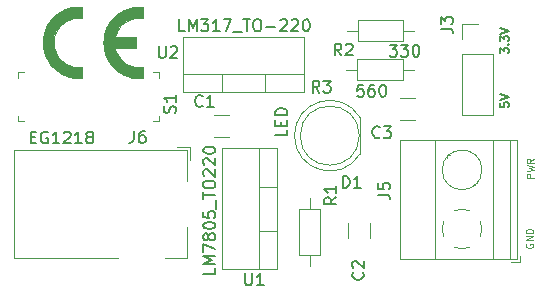
<source format=gto>
%TF.GenerationSoftware,KiCad,Pcbnew,8.0.6*%
%TF.CreationDate,2024-12-14T14:55:46+02:00*%
%TF.ProjectId,Breadboard_Power_Supply,42726561-6462-46f6-9172-645f506f7765,rev?*%
%TF.SameCoordinates,Original*%
%TF.FileFunction,Legend,Top*%
%TF.FilePolarity,Positive*%
%FSLAX46Y46*%
G04 Gerber Fmt 4.6, Leading zero omitted, Abs format (unit mm)*
G04 Created by KiCad (PCBNEW 8.0.6) date 2024-12-14 14:55:46*
%MOMM*%
%LPD*%
G01*
G04 APERTURE LIST*
%ADD10C,0.125000*%
%ADD11C,0.140000*%
%ADD12C,0.150000*%
%ADD13C,0.120000*%
%ADD14C,0.100000*%
%ADD15C,0.010000*%
G04 APERTURE END LIST*
D10*
X80148642Y-56660621D02*
X80120071Y-56717764D01*
X80120071Y-56717764D02*
X80120071Y-56803478D01*
X80120071Y-56803478D02*
X80148642Y-56889192D01*
X80148642Y-56889192D02*
X80205785Y-56946335D01*
X80205785Y-56946335D02*
X80262928Y-56974906D01*
X80262928Y-56974906D02*
X80377214Y-57003478D01*
X80377214Y-57003478D02*
X80462928Y-57003478D01*
X80462928Y-57003478D02*
X80577214Y-56974906D01*
X80577214Y-56974906D02*
X80634357Y-56946335D01*
X80634357Y-56946335D02*
X80691500Y-56889192D01*
X80691500Y-56889192D02*
X80720071Y-56803478D01*
X80720071Y-56803478D02*
X80720071Y-56746335D01*
X80720071Y-56746335D02*
X80691500Y-56660621D01*
X80691500Y-56660621D02*
X80662928Y-56632049D01*
X80662928Y-56632049D02*
X80462928Y-56632049D01*
X80462928Y-56632049D02*
X80462928Y-56746335D01*
X80720071Y-56374906D02*
X80120071Y-56374906D01*
X80120071Y-56374906D02*
X80720071Y-56032049D01*
X80720071Y-56032049D02*
X80120071Y-56032049D01*
X80720071Y-55746335D02*
X80120071Y-55746335D01*
X80120071Y-55746335D02*
X80120071Y-55603478D01*
X80120071Y-55603478D02*
X80148642Y-55517764D01*
X80148642Y-55517764D02*
X80205785Y-55460621D01*
X80205785Y-55460621D02*
X80262928Y-55432050D01*
X80262928Y-55432050D02*
X80377214Y-55403478D01*
X80377214Y-55403478D02*
X80462928Y-55403478D01*
X80462928Y-55403478D02*
X80577214Y-55432050D01*
X80577214Y-55432050D02*
X80634357Y-55460621D01*
X80634357Y-55460621D02*
X80691500Y-55517764D01*
X80691500Y-55517764D02*
X80720071Y-55603478D01*
X80720071Y-55603478D02*
X80720071Y-55746335D01*
D11*
X77957053Y-40507895D02*
X77957053Y-40074561D01*
X77957053Y-40074561D02*
X78223720Y-40307895D01*
X78223720Y-40307895D02*
X78223720Y-40207895D01*
X78223720Y-40207895D02*
X78257053Y-40141228D01*
X78257053Y-40141228D02*
X78290386Y-40107895D01*
X78290386Y-40107895D02*
X78357053Y-40074561D01*
X78357053Y-40074561D02*
X78523720Y-40074561D01*
X78523720Y-40074561D02*
X78590386Y-40107895D01*
X78590386Y-40107895D02*
X78623720Y-40141228D01*
X78623720Y-40141228D02*
X78657053Y-40207895D01*
X78657053Y-40207895D02*
X78657053Y-40407895D01*
X78657053Y-40407895D02*
X78623720Y-40474561D01*
X78623720Y-40474561D02*
X78590386Y-40507895D01*
X78590386Y-39774561D02*
X78623720Y-39741228D01*
X78623720Y-39741228D02*
X78657053Y-39774561D01*
X78657053Y-39774561D02*
X78623720Y-39807894D01*
X78623720Y-39807894D02*
X78590386Y-39774561D01*
X78590386Y-39774561D02*
X78657053Y-39774561D01*
X77957053Y-39507895D02*
X77957053Y-39074561D01*
X77957053Y-39074561D02*
X78223720Y-39307895D01*
X78223720Y-39307895D02*
X78223720Y-39207895D01*
X78223720Y-39207895D02*
X78257053Y-39141228D01*
X78257053Y-39141228D02*
X78290386Y-39107895D01*
X78290386Y-39107895D02*
X78357053Y-39074561D01*
X78357053Y-39074561D02*
X78523720Y-39074561D01*
X78523720Y-39074561D02*
X78590386Y-39107895D01*
X78590386Y-39107895D02*
X78623720Y-39141228D01*
X78623720Y-39141228D02*
X78657053Y-39207895D01*
X78657053Y-39207895D02*
X78657053Y-39407895D01*
X78657053Y-39407895D02*
X78623720Y-39474561D01*
X78623720Y-39474561D02*
X78590386Y-39507895D01*
X77957053Y-38874561D02*
X78657053Y-38641228D01*
X78657053Y-38641228D02*
X77957053Y-38407894D01*
X77957053Y-44707895D02*
X77957053Y-45041228D01*
X77957053Y-45041228D02*
X78290386Y-45074561D01*
X78290386Y-45074561D02*
X78257053Y-45041228D01*
X78257053Y-45041228D02*
X78223720Y-44974561D01*
X78223720Y-44974561D02*
X78223720Y-44807895D01*
X78223720Y-44807895D02*
X78257053Y-44741228D01*
X78257053Y-44741228D02*
X78290386Y-44707895D01*
X78290386Y-44707895D02*
X78357053Y-44674561D01*
X78357053Y-44674561D02*
X78523720Y-44674561D01*
X78523720Y-44674561D02*
X78590386Y-44707895D01*
X78590386Y-44707895D02*
X78623720Y-44741228D01*
X78623720Y-44741228D02*
X78657053Y-44807895D01*
X78657053Y-44807895D02*
X78657053Y-44974561D01*
X78657053Y-44974561D02*
X78623720Y-45041228D01*
X78623720Y-45041228D02*
X78590386Y-45074561D01*
X77957053Y-44474561D02*
X78657053Y-44241228D01*
X78657053Y-44241228D02*
X77957053Y-44007894D01*
D10*
X80770071Y-51074906D02*
X80170071Y-51074906D01*
X80170071Y-51074906D02*
X80170071Y-50846335D01*
X80170071Y-50846335D02*
X80198642Y-50789192D01*
X80198642Y-50789192D02*
X80227214Y-50760621D01*
X80227214Y-50760621D02*
X80284357Y-50732049D01*
X80284357Y-50732049D02*
X80370071Y-50732049D01*
X80370071Y-50732049D02*
X80427214Y-50760621D01*
X80427214Y-50760621D02*
X80455785Y-50789192D01*
X80455785Y-50789192D02*
X80484357Y-50846335D01*
X80484357Y-50846335D02*
X80484357Y-51074906D01*
X80170071Y-50532049D02*
X80770071Y-50389192D01*
X80770071Y-50389192D02*
X80341500Y-50274906D01*
X80341500Y-50274906D02*
X80770071Y-50160621D01*
X80770071Y-50160621D02*
X80170071Y-50017764D01*
X80770071Y-49446335D02*
X80484357Y-49646335D01*
X80770071Y-49789192D02*
X80170071Y-49789192D01*
X80170071Y-49789192D02*
X80170071Y-49560621D01*
X80170071Y-49560621D02*
X80198642Y-49503478D01*
X80198642Y-49503478D02*
X80227214Y-49474907D01*
X80227214Y-49474907D02*
X80284357Y-49446335D01*
X80284357Y-49446335D02*
X80370071Y-49446335D01*
X80370071Y-49446335D02*
X80427214Y-49474907D01*
X80427214Y-49474907D02*
X80455785Y-49503478D01*
X80455785Y-49503478D02*
X80484357Y-49560621D01*
X80484357Y-49560621D02*
X80484357Y-49789192D01*
D12*
X67733333Y-47609580D02*
X67685714Y-47657200D01*
X67685714Y-47657200D02*
X67542857Y-47704819D01*
X67542857Y-47704819D02*
X67447619Y-47704819D01*
X67447619Y-47704819D02*
X67304762Y-47657200D01*
X67304762Y-47657200D02*
X67209524Y-47561961D01*
X67209524Y-47561961D02*
X67161905Y-47466723D01*
X67161905Y-47466723D02*
X67114286Y-47276247D01*
X67114286Y-47276247D02*
X67114286Y-47133390D01*
X67114286Y-47133390D02*
X67161905Y-46942914D01*
X67161905Y-46942914D02*
X67209524Y-46847676D01*
X67209524Y-46847676D02*
X67304762Y-46752438D01*
X67304762Y-46752438D02*
X67447619Y-46704819D01*
X67447619Y-46704819D02*
X67542857Y-46704819D01*
X67542857Y-46704819D02*
X67685714Y-46752438D01*
X67685714Y-46752438D02*
X67733333Y-46800057D01*
X68066667Y-46704819D02*
X68685714Y-46704819D01*
X68685714Y-46704819D02*
X68352381Y-47085771D01*
X68352381Y-47085771D02*
X68495238Y-47085771D01*
X68495238Y-47085771D02*
X68590476Y-47133390D01*
X68590476Y-47133390D02*
X68638095Y-47181009D01*
X68638095Y-47181009D02*
X68685714Y-47276247D01*
X68685714Y-47276247D02*
X68685714Y-47514342D01*
X68685714Y-47514342D02*
X68638095Y-47609580D01*
X68638095Y-47609580D02*
X68590476Y-47657200D01*
X68590476Y-47657200D02*
X68495238Y-47704819D01*
X68495238Y-47704819D02*
X68209524Y-47704819D01*
X68209524Y-47704819D02*
X68114286Y-47657200D01*
X68114286Y-47657200D02*
X68066667Y-47609580D01*
X67604819Y-52483333D02*
X68319104Y-52483333D01*
X68319104Y-52483333D02*
X68461961Y-52530952D01*
X68461961Y-52530952D02*
X68557200Y-52626190D01*
X68557200Y-52626190D02*
X68604819Y-52769047D01*
X68604819Y-52769047D02*
X68604819Y-52864285D01*
X67604819Y-51530952D02*
X67604819Y-52007142D01*
X67604819Y-52007142D02*
X68081009Y-52054761D01*
X68081009Y-52054761D02*
X68033390Y-52007142D01*
X68033390Y-52007142D02*
X67985771Y-51911904D01*
X67985771Y-51911904D02*
X67985771Y-51673809D01*
X67985771Y-51673809D02*
X68033390Y-51578571D01*
X68033390Y-51578571D02*
X68081009Y-51530952D01*
X68081009Y-51530952D02*
X68176247Y-51483333D01*
X68176247Y-51483333D02*
X68414342Y-51483333D01*
X68414342Y-51483333D02*
X68509580Y-51530952D01*
X68509580Y-51530952D02*
X68557200Y-51578571D01*
X68557200Y-51578571D02*
X68604819Y-51673809D01*
X68604819Y-51673809D02*
X68604819Y-51911904D01*
X68604819Y-51911904D02*
X68557200Y-52007142D01*
X68557200Y-52007142D02*
X68509580Y-52054761D01*
X50407200Y-45561904D02*
X50454819Y-45419047D01*
X50454819Y-45419047D02*
X50454819Y-45180952D01*
X50454819Y-45180952D02*
X50407200Y-45085714D01*
X50407200Y-45085714D02*
X50359580Y-45038095D01*
X50359580Y-45038095D02*
X50264342Y-44990476D01*
X50264342Y-44990476D02*
X50169104Y-44990476D01*
X50169104Y-44990476D02*
X50073866Y-45038095D01*
X50073866Y-45038095D02*
X50026247Y-45085714D01*
X50026247Y-45085714D02*
X49978628Y-45180952D01*
X49978628Y-45180952D02*
X49931009Y-45371428D01*
X49931009Y-45371428D02*
X49883390Y-45466666D01*
X49883390Y-45466666D02*
X49835771Y-45514285D01*
X49835771Y-45514285D02*
X49740533Y-45561904D01*
X49740533Y-45561904D02*
X49645295Y-45561904D01*
X49645295Y-45561904D02*
X49550057Y-45514285D01*
X49550057Y-45514285D02*
X49502438Y-45466666D01*
X49502438Y-45466666D02*
X49454819Y-45371428D01*
X49454819Y-45371428D02*
X49454819Y-45133333D01*
X49454819Y-45133333D02*
X49502438Y-44990476D01*
X50454819Y-44038095D02*
X50454819Y-44609523D01*
X50454819Y-44323809D02*
X49454819Y-44323809D01*
X49454819Y-44323809D02*
X49597676Y-44419047D01*
X49597676Y-44419047D02*
X49692914Y-44514285D01*
X49692914Y-44514285D02*
X49740533Y-44609523D01*
X38180952Y-47631009D02*
X38514285Y-47631009D01*
X38657142Y-48154819D02*
X38180952Y-48154819D01*
X38180952Y-48154819D02*
X38180952Y-47154819D01*
X38180952Y-47154819D02*
X38657142Y-47154819D01*
X39609523Y-47202438D02*
X39514285Y-47154819D01*
X39514285Y-47154819D02*
X39371428Y-47154819D01*
X39371428Y-47154819D02*
X39228571Y-47202438D01*
X39228571Y-47202438D02*
X39133333Y-47297676D01*
X39133333Y-47297676D02*
X39085714Y-47392914D01*
X39085714Y-47392914D02*
X39038095Y-47583390D01*
X39038095Y-47583390D02*
X39038095Y-47726247D01*
X39038095Y-47726247D02*
X39085714Y-47916723D01*
X39085714Y-47916723D02*
X39133333Y-48011961D01*
X39133333Y-48011961D02*
X39228571Y-48107200D01*
X39228571Y-48107200D02*
X39371428Y-48154819D01*
X39371428Y-48154819D02*
X39466666Y-48154819D01*
X39466666Y-48154819D02*
X39609523Y-48107200D01*
X39609523Y-48107200D02*
X39657142Y-48059580D01*
X39657142Y-48059580D02*
X39657142Y-47726247D01*
X39657142Y-47726247D02*
X39466666Y-47726247D01*
X40609523Y-48154819D02*
X40038095Y-48154819D01*
X40323809Y-48154819D02*
X40323809Y-47154819D01*
X40323809Y-47154819D02*
X40228571Y-47297676D01*
X40228571Y-47297676D02*
X40133333Y-47392914D01*
X40133333Y-47392914D02*
X40038095Y-47440533D01*
X40990476Y-47250057D02*
X41038095Y-47202438D01*
X41038095Y-47202438D02*
X41133333Y-47154819D01*
X41133333Y-47154819D02*
X41371428Y-47154819D01*
X41371428Y-47154819D02*
X41466666Y-47202438D01*
X41466666Y-47202438D02*
X41514285Y-47250057D01*
X41514285Y-47250057D02*
X41561904Y-47345295D01*
X41561904Y-47345295D02*
X41561904Y-47440533D01*
X41561904Y-47440533D02*
X41514285Y-47583390D01*
X41514285Y-47583390D02*
X40942857Y-48154819D01*
X40942857Y-48154819D02*
X41561904Y-48154819D01*
X42514285Y-48154819D02*
X41942857Y-48154819D01*
X42228571Y-48154819D02*
X42228571Y-47154819D01*
X42228571Y-47154819D02*
X42133333Y-47297676D01*
X42133333Y-47297676D02*
X42038095Y-47392914D01*
X42038095Y-47392914D02*
X41942857Y-47440533D01*
X43085714Y-47583390D02*
X42990476Y-47535771D01*
X42990476Y-47535771D02*
X42942857Y-47488152D01*
X42942857Y-47488152D02*
X42895238Y-47392914D01*
X42895238Y-47392914D02*
X42895238Y-47345295D01*
X42895238Y-47345295D02*
X42942857Y-47250057D01*
X42942857Y-47250057D02*
X42990476Y-47202438D01*
X42990476Y-47202438D02*
X43085714Y-47154819D01*
X43085714Y-47154819D02*
X43276190Y-47154819D01*
X43276190Y-47154819D02*
X43371428Y-47202438D01*
X43371428Y-47202438D02*
X43419047Y-47250057D01*
X43419047Y-47250057D02*
X43466666Y-47345295D01*
X43466666Y-47345295D02*
X43466666Y-47392914D01*
X43466666Y-47392914D02*
X43419047Y-47488152D01*
X43419047Y-47488152D02*
X43371428Y-47535771D01*
X43371428Y-47535771D02*
X43276190Y-47583390D01*
X43276190Y-47583390D02*
X43085714Y-47583390D01*
X43085714Y-47583390D02*
X42990476Y-47631009D01*
X42990476Y-47631009D02*
X42942857Y-47678628D01*
X42942857Y-47678628D02*
X42895238Y-47773866D01*
X42895238Y-47773866D02*
X42895238Y-47964342D01*
X42895238Y-47964342D02*
X42942857Y-48059580D01*
X42942857Y-48059580D02*
X42990476Y-48107200D01*
X42990476Y-48107200D02*
X43085714Y-48154819D01*
X43085714Y-48154819D02*
X43276190Y-48154819D01*
X43276190Y-48154819D02*
X43371428Y-48107200D01*
X43371428Y-48107200D02*
X43419047Y-48059580D01*
X43419047Y-48059580D02*
X43466666Y-47964342D01*
X43466666Y-47964342D02*
X43466666Y-47773866D01*
X43466666Y-47773866D02*
X43419047Y-47678628D01*
X43419047Y-47678628D02*
X43371428Y-47631009D01*
X43371428Y-47631009D02*
X43276190Y-47583390D01*
X49038095Y-39904819D02*
X49038095Y-40714342D01*
X49038095Y-40714342D02*
X49085714Y-40809580D01*
X49085714Y-40809580D02*
X49133333Y-40857200D01*
X49133333Y-40857200D02*
X49228571Y-40904819D01*
X49228571Y-40904819D02*
X49419047Y-40904819D01*
X49419047Y-40904819D02*
X49514285Y-40857200D01*
X49514285Y-40857200D02*
X49561904Y-40809580D01*
X49561904Y-40809580D02*
X49609523Y-40714342D01*
X49609523Y-40714342D02*
X49609523Y-39904819D01*
X50038095Y-40000057D02*
X50085714Y-39952438D01*
X50085714Y-39952438D02*
X50180952Y-39904819D01*
X50180952Y-39904819D02*
X50419047Y-39904819D01*
X50419047Y-39904819D02*
X50514285Y-39952438D01*
X50514285Y-39952438D02*
X50561904Y-40000057D01*
X50561904Y-40000057D02*
X50609523Y-40095295D01*
X50609523Y-40095295D02*
X50609523Y-40190533D01*
X50609523Y-40190533D02*
X50561904Y-40333390D01*
X50561904Y-40333390D02*
X49990476Y-40904819D01*
X49990476Y-40904819D02*
X50609523Y-40904819D01*
X51226190Y-38654819D02*
X50750000Y-38654819D01*
X50750000Y-38654819D02*
X50750000Y-37654819D01*
X51559524Y-38654819D02*
X51559524Y-37654819D01*
X51559524Y-37654819D02*
X51892857Y-38369104D01*
X51892857Y-38369104D02*
X52226190Y-37654819D01*
X52226190Y-37654819D02*
X52226190Y-38654819D01*
X52607143Y-37654819D02*
X53226190Y-37654819D01*
X53226190Y-37654819D02*
X52892857Y-38035771D01*
X52892857Y-38035771D02*
X53035714Y-38035771D01*
X53035714Y-38035771D02*
X53130952Y-38083390D01*
X53130952Y-38083390D02*
X53178571Y-38131009D01*
X53178571Y-38131009D02*
X53226190Y-38226247D01*
X53226190Y-38226247D02*
X53226190Y-38464342D01*
X53226190Y-38464342D02*
X53178571Y-38559580D01*
X53178571Y-38559580D02*
X53130952Y-38607200D01*
X53130952Y-38607200D02*
X53035714Y-38654819D01*
X53035714Y-38654819D02*
X52750000Y-38654819D01*
X52750000Y-38654819D02*
X52654762Y-38607200D01*
X52654762Y-38607200D02*
X52607143Y-38559580D01*
X54178571Y-38654819D02*
X53607143Y-38654819D01*
X53892857Y-38654819D02*
X53892857Y-37654819D01*
X53892857Y-37654819D02*
X53797619Y-37797676D01*
X53797619Y-37797676D02*
X53702381Y-37892914D01*
X53702381Y-37892914D02*
X53607143Y-37940533D01*
X54511905Y-37654819D02*
X55178571Y-37654819D01*
X55178571Y-37654819D02*
X54750000Y-38654819D01*
X55321429Y-38750057D02*
X56083333Y-38750057D01*
X56178572Y-37654819D02*
X56750000Y-37654819D01*
X56464286Y-38654819D02*
X56464286Y-37654819D01*
X57273810Y-37654819D02*
X57464286Y-37654819D01*
X57464286Y-37654819D02*
X57559524Y-37702438D01*
X57559524Y-37702438D02*
X57654762Y-37797676D01*
X57654762Y-37797676D02*
X57702381Y-37988152D01*
X57702381Y-37988152D02*
X57702381Y-38321485D01*
X57702381Y-38321485D02*
X57654762Y-38511961D01*
X57654762Y-38511961D02*
X57559524Y-38607200D01*
X57559524Y-38607200D02*
X57464286Y-38654819D01*
X57464286Y-38654819D02*
X57273810Y-38654819D01*
X57273810Y-38654819D02*
X57178572Y-38607200D01*
X57178572Y-38607200D02*
X57083334Y-38511961D01*
X57083334Y-38511961D02*
X57035715Y-38321485D01*
X57035715Y-38321485D02*
X57035715Y-37988152D01*
X57035715Y-37988152D02*
X57083334Y-37797676D01*
X57083334Y-37797676D02*
X57178572Y-37702438D01*
X57178572Y-37702438D02*
X57273810Y-37654819D01*
X58130953Y-38273866D02*
X58892858Y-38273866D01*
X59321429Y-37750057D02*
X59369048Y-37702438D01*
X59369048Y-37702438D02*
X59464286Y-37654819D01*
X59464286Y-37654819D02*
X59702381Y-37654819D01*
X59702381Y-37654819D02*
X59797619Y-37702438D01*
X59797619Y-37702438D02*
X59845238Y-37750057D01*
X59845238Y-37750057D02*
X59892857Y-37845295D01*
X59892857Y-37845295D02*
X59892857Y-37940533D01*
X59892857Y-37940533D02*
X59845238Y-38083390D01*
X59845238Y-38083390D02*
X59273810Y-38654819D01*
X59273810Y-38654819D02*
X59892857Y-38654819D01*
X60273810Y-37750057D02*
X60321429Y-37702438D01*
X60321429Y-37702438D02*
X60416667Y-37654819D01*
X60416667Y-37654819D02*
X60654762Y-37654819D01*
X60654762Y-37654819D02*
X60750000Y-37702438D01*
X60750000Y-37702438D02*
X60797619Y-37750057D01*
X60797619Y-37750057D02*
X60845238Y-37845295D01*
X60845238Y-37845295D02*
X60845238Y-37940533D01*
X60845238Y-37940533D02*
X60797619Y-38083390D01*
X60797619Y-38083390D02*
X60226191Y-38654819D01*
X60226191Y-38654819D02*
X60845238Y-38654819D01*
X61464286Y-37654819D02*
X61559524Y-37654819D01*
X61559524Y-37654819D02*
X61654762Y-37702438D01*
X61654762Y-37702438D02*
X61702381Y-37750057D01*
X61702381Y-37750057D02*
X61750000Y-37845295D01*
X61750000Y-37845295D02*
X61797619Y-38035771D01*
X61797619Y-38035771D02*
X61797619Y-38273866D01*
X61797619Y-38273866D02*
X61750000Y-38464342D01*
X61750000Y-38464342D02*
X61702381Y-38559580D01*
X61702381Y-38559580D02*
X61654762Y-38607200D01*
X61654762Y-38607200D02*
X61559524Y-38654819D01*
X61559524Y-38654819D02*
X61464286Y-38654819D01*
X61464286Y-38654819D02*
X61369048Y-38607200D01*
X61369048Y-38607200D02*
X61321429Y-38559580D01*
X61321429Y-38559580D02*
X61273810Y-38464342D01*
X61273810Y-38464342D02*
X61226191Y-38273866D01*
X61226191Y-38273866D02*
X61226191Y-38035771D01*
X61226191Y-38035771D02*
X61273810Y-37845295D01*
X61273810Y-37845295D02*
X61321429Y-37750057D01*
X61321429Y-37750057D02*
X61369048Y-37702438D01*
X61369048Y-37702438D02*
X61464286Y-37654819D01*
X64483333Y-40704819D02*
X64150000Y-40228628D01*
X63911905Y-40704819D02*
X63911905Y-39704819D01*
X63911905Y-39704819D02*
X64292857Y-39704819D01*
X64292857Y-39704819D02*
X64388095Y-39752438D01*
X64388095Y-39752438D02*
X64435714Y-39800057D01*
X64435714Y-39800057D02*
X64483333Y-39895295D01*
X64483333Y-39895295D02*
X64483333Y-40038152D01*
X64483333Y-40038152D02*
X64435714Y-40133390D01*
X64435714Y-40133390D02*
X64388095Y-40181009D01*
X64388095Y-40181009D02*
X64292857Y-40228628D01*
X64292857Y-40228628D02*
X63911905Y-40228628D01*
X64864286Y-39800057D02*
X64911905Y-39752438D01*
X64911905Y-39752438D02*
X65007143Y-39704819D01*
X65007143Y-39704819D02*
X65245238Y-39704819D01*
X65245238Y-39704819D02*
X65340476Y-39752438D01*
X65340476Y-39752438D02*
X65388095Y-39800057D01*
X65388095Y-39800057D02*
X65435714Y-39895295D01*
X65435714Y-39895295D02*
X65435714Y-39990533D01*
X65435714Y-39990533D02*
X65388095Y-40133390D01*
X65388095Y-40133390D02*
X64816667Y-40704819D01*
X64816667Y-40704819D02*
X65435714Y-40704819D01*
X68564286Y-39804819D02*
X69183333Y-39804819D01*
X69183333Y-39804819D02*
X68850000Y-40185771D01*
X68850000Y-40185771D02*
X68992857Y-40185771D01*
X68992857Y-40185771D02*
X69088095Y-40233390D01*
X69088095Y-40233390D02*
X69135714Y-40281009D01*
X69135714Y-40281009D02*
X69183333Y-40376247D01*
X69183333Y-40376247D02*
X69183333Y-40614342D01*
X69183333Y-40614342D02*
X69135714Y-40709580D01*
X69135714Y-40709580D02*
X69088095Y-40757200D01*
X69088095Y-40757200D02*
X68992857Y-40804819D01*
X68992857Y-40804819D02*
X68707143Y-40804819D01*
X68707143Y-40804819D02*
X68611905Y-40757200D01*
X68611905Y-40757200D02*
X68564286Y-40709580D01*
X69516667Y-39804819D02*
X70135714Y-39804819D01*
X70135714Y-39804819D02*
X69802381Y-40185771D01*
X69802381Y-40185771D02*
X69945238Y-40185771D01*
X69945238Y-40185771D02*
X70040476Y-40233390D01*
X70040476Y-40233390D02*
X70088095Y-40281009D01*
X70088095Y-40281009D02*
X70135714Y-40376247D01*
X70135714Y-40376247D02*
X70135714Y-40614342D01*
X70135714Y-40614342D02*
X70088095Y-40709580D01*
X70088095Y-40709580D02*
X70040476Y-40757200D01*
X70040476Y-40757200D02*
X69945238Y-40804819D01*
X69945238Y-40804819D02*
X69659524Y-40804819D01*
X69659524Y-40804819D02*
X69564286Y-40757200D01*
X69564286Y-40757200D02*
X69516667Y-40709580D01*
X70754762Y-39804819D02*
X70850000Y-39804819D01*
X70850000Y-39804819D02*
X70945238Y-39852438D01*
X70945238Y-39852438D02*
X70992857Y-39900057D01*
X70992857Y-39900057D02*
X71040476Y-39995295D01*
X71040476Y-39995295D02*
X71088095Y-40185771D01*
X71088095Y-40185771D02*
X71088095Y-40423866D01*
X71088095Y-40423866D02*
X71040476Y-40614342D01*
X71040476Y-40614342D02*
X70992857Y-40709580D01*
X70992857Y-40709580D02*
X70945238Y-40757200D01*
X70945238Y-40757200D02*
X70850000Y-40804819D01*
X70850000Y-40804819D02*
X70754762Y-40804819D01*
X70754762Y-40804819D02*
X70659524Y-40757200D01*
X70659524Y-40757200D02*
X70611905Y-40709580D01*
X70611905Y-40709580D02*
X70564286Y-40614342D01*
X70564286Y-40614342D02*
X70516667Y-40423866D01*
X70516667Y-40423866D02*
X70516667Y-40185771D01*
X70516667Y-40185771D02*
X70564286Y-39995295D01*
X70564286Y-39995295D02*
X70611905Y-39900057D01*
X70611905Y-39900057D02*
X70659524Y-39852438D01*
X70659524Y-39852438D02*
X70754762Y-39804819D01*
X64611905Y-51904819D02*
X64611905Y-50904819D01*
X64611905Y-50904819D02*
X64850000Y-50904819D01*
X64850000Y-50904819D02*
X64992857Y-50952438D01*
X64992857Y-50952438D02*
X65088095Y-51047676D01*
X65088095Y-51047676D02*
X65135714Y-51142914D01*
X65135714Y-51142914D02*
X65183333Y-51333390D01*
X65183333Y-51333390D02*
X65183333Y-51476247D01*
X65183333Y-51476247D02*
X65135714Y-51666723D01*
X65135714Y-51666723D02*
X65088095Y-51761961D01*
X65088095Y-51761961D02*
X64992857Y-51857200D01*
X64992857Y-51857200D02*
X64850000Y-51904819D01*
X64850000Y-51904819D02*
X64611905Y-51904819D01*
X66135714Y-51904819D02*
X65564286Y-51904819D01*
X65850000Y-51904819D02*
X65850000Y-50904819D01*
X65850000Y-50904819D02*
X65754762Y-51047676D01*
X65754762Y-51047676D02*
X65659524Y-51142914D01*
X65659524Y-51142914D02*
X65564286Y-51190533D01*
X59904819Y-46992857D02*
X59904819Y-47469047D01*
X59904819Y-47469047D02*
X58904819Y-47469047D01*
X59381009Y-46659523D02*
X59381009Y-46326190D01*
X59904819Y-46183333D02*
X59904819Y-46659523D01*
X59904819Y-46659523D02*
X58904819Y-46659523D01*
X58904819Y-46659523D02*
X58904819Y-46183333D01*
X59904819Y-45754761D02*
X58904819Y-45754761D01*
X58904819Y-45754761D02*
X58904819Y-45516666D01*
X58904819Y-45516666D02*
X58952438Y-45373809D01*
X58952438Y-45373809D02*
X59047676Y-45278571D01*
X59047676Y-45278571D02*
X59142914Y-45230952D01*
X59142914Y-45230952D02*
X59333390Y-45183333D01*
X59333390Y-45183333D02*
X59476247Y-45183333D01*
X59476247Y-45183333D02*
X59666723Y-45230952D01*
X59666723Y-45230952D02*
X59761961Y-45278571D01*
X59761961Y-45278571D02*
X59857200Y-45373809D01*
X59857200Y-45373809D02*
X59904819Y-45516666D01*
X59904819Y-45516666D02*
X59904819Y-45754761D01*
X46916666Y-47104819D02*
X46916666Y-47819104D01*
X46916666Y-47819104D02*
X46869047Y-47961961D01*
X46869047Y-47961961D02*
X46773809Y-48057200D01*
X46773809Y-48057200D02*
X46630952Y-48104819D01*
X46630952Y-48104819D02*
X46535714Y-48104819D01*
X47821428Y-47104819D02*
X47630952Y-47104819D01*
X47630952Y-47104819D02*
X47535714Y-47152438D01*
X47535714Y-47152438D02*
X47488095Y-47200057D01*
X47488095Y-47200057D02*
X47392857Y-47342914D01*
X47392857Y-47342914D02*
X47345238Y-47533390D01*
X47345238Y-47533390D02*
X47345238Y-47914342D01*
X47345238Y-47914342D02*
X47392857Y-48009580D01*
X47392857Y-48009580D02*
X47440476Y-48057200D01*
X47440476Y-48057200D02*
X47535714Y-48104819D01*
X47535714Y-48104819D02*
X47726190Y-48104819D01*
X47726190Y-48104819D02*
X47821428Y-48057200D01*
X47821428Y-48057200D02*
X47869047Y-48009580D01*
X47869047Y-48009580D02*
X47916666Y-47914342D01*
X47916666Y-47914342D02*
X47916666Y-47676247D01*
X47916666Y-47676247D02*
X47869047Y-47581009D01*
X47869047Y-47581009D02*
X47821428Y-47533390D01*
X47821428Y-47533390D02*
X47726190Y-47485771D01*
X47726190Y-47485771D02*
X47535714Y-47485771D01*
X47535714Y-47485771D02*
X47440476Y-47533390D01*
X47440476Y-47533390D02*
X47392857Y-47581009D01*
X47392857Y-47581009D02*
X47345238Y-47676247D01*
X62633333Y-43854819D02*
X62300000Y-43378628D01*
X62061905Y-43854819D02*
X62061905Y-42854819D01*
X62061905Y-42854819D02*
X62442857Y-42854819D01*
X62442857Y-42854819D02*
X62538095Y-42902438D01*
X62538095Y-42902438D02*
X62585714Y-42950057D01*
X62585714Y-42950057D02*
X62633333Y-43045295D01*
X62633333Y-43045295D02*
X62633333Y-43188152D01*
X62633333Y-43188152D02*
X62585714Y-43283390D01*
X62585714Y-43283390D02*
X62538095Y-43331009D01*
X62538095Y-43331009D02*
X62442857Y-43378628D01*
X62442857Y-43378628D02*
X62061905Y-43378628D01*
X62966667Y-42854819D02*
X63585714Y-42854819D01*
X63585714Y-42854819D02*
X63252381Y-43235771D01*
X63252381Y-43235771D02*
X63395238Y-43235771D01*
X63395238Y-43235771D02*
X63490476Y-43283390D01*
X63490476Y-43283390D02*
X63538095Y-43331009D01*
X63538095Y-43331009D02*
X63585714Y-43426247D01*
X63585714Y-43426247D02*
X63585714Y-43664342D01*
X63585714Y-43664342D02*
X63538095Y-43759580D01*
X63538095Y-43759580D02*
X63490476Y-43807200D01*
X63490476Y-43807200D02*
X63395238Y-43854819D01*
X63395238Y-43854819D02*
X63109524Y-43854819D01*
X63109524Y-43854819D02*
X63014286Y-43807200D01*
X63014286Y-43807200D02*
X62966667Y-43759580D01*
X66335714Y-43204819D02*
X65859524Y-43204819D01*
X65859524Y-43204819D02*
X65811905Y-43681009D01*
X65811905Y-43681009D02*
X65859524Y-43633390D01*
X65859524Y-43633390D02*
X65954762Y-43585771D01*
X65954762Y-43585771D02*
X66192857Y-43585771D01*
X66192857Y-43585771D02*
X66288095Y-43633390D01*
X66288095Y-43633390D02*
X66335714Y-43681009D01*
X66335714Y-43681009D02*
X66383333Y-43776247D01*
X66383333Y-43776247D02*
X66383333Y-44014342D01*
X66383333Y-44014342D02*
X66335714Y-44109580D01*
X66335714Y-44109580D02*
X66288095Y-44157200D01*
X66288095Y-44157200D02*
X66192857Y-44204819D01*
X66192857Y-44204819D02*
X65954762Y-44204819D01*
X65954762Y-44204819D02*
X65859524Y-44157200D01*
X65859524Y-44157200D02*
X65811905Y-44109580D01*
X67240476Y-43204819D02*
X67050000Y-43204819D01*
X67050000Y-43204819D02*
X66954762Y-43252438D01*
X66954762Y-43252438D02*
X66907143Y-43300057D01*
X66907143Y-43300057D02*
X66811905Y-43442914D01*
X66811905Y-43442914D02*
X66764286Y-43633390D01*
X66764286Y-43633390D02*
X66764286Y-44014342D01*
X66764286Y-44014342D02*
X66811905Y-44109580D01*
X66811905Y-44109580D02*
X66859524Y-44157200D01*
X66859524Y-44157200D02*
X66954762Y-44204819D01*
X66954762Y-44204819D02*
X67145238Y-44204819D01*
X67145238Y-44204819D02*
X67240476Y-44157200D01*
X67240476Y-44157200D02*
X67288095Y-44109580D01*
X67288095Y-44109580D02*
X67335714Y-44014342D01*
X67335714Y-44014342D02*
X67335714Y-43776247D01*
X67335714Y-43776247D02*
X67288095Y-43681009D01*
X67288095Y-43681009D02*
X67240476Y-43633390D01*
X67240476Y-43633390D02*
X67145238Y-43585771D01*
X67145238Y-43585771D02*
X66954762Y-43585771D01*
X66954762Y-43585771D02*
X66859524Y-43633390D01*
X66859524Y-43633390D02*
X66811905Y-43681009D01*
X66811905Y-43681009D02*
X66764286Y-43776247D01*
X67954762Y-43204819D02*
X68050000Y-43204819D01*
X68050000Y-43204819D02*
X68145238Y-43252438D01*
X68145238Y-43252438D02*
X68192857Y-43300057D01*
X68192857Y-43300057D02*
X68240476Y-43395295D01*
X68240476Y-43395295D02*
X68288095Y-43585771D01*
X68288095Y-43585771D02*
X68288095Y-43823866D01*
X68288095Y-43823866D02*
X68240476Y-44014342D01*
X68240476Y-44014342D02*
X68192857Y-44109580D01*
X68192857Y-44109580D02*
X68145238Y-44157200D01*
X68145238Y-44157200D02*
X68050000Y-44204819D01*
X68050000Y-44204819D02*
X67954762Y-44204819D01*
X67954762Y-44204819D02*
X67859524Y-44157200D01*
X67859524Y-44157200D02*
X67811905Y-44109580D01*
X67811905Y-44109580D02*
X67764286Y-44014342D01*
X67764286Y-44014342D02*
X67716667Y-43823866D01*
X67716667Y-43823866D02*
X67716667Y-43585771D01*
X67716667Y-43585771D02*
X67764286Y-43395295D01*
X67764286Y-43395295D02*
X67811905Y-43300057D01*
X67811905Y-43300057D02*
X67859524Y-43252438D01*
X67859524Y-43252438D02*
X67954762Y-43204819D01*
X56338095Y-59154819D02*
X56338095Y-59964342D01*
X56338095Y-59964342D02*
X56385714Y-60059580D01*
X56385714Y-60059580D02*
X56433333Y-60107200D01*
X56433333Y-60107200D02*
X56528571Y-60154819D01*
X56528571Y-60154819D02*
X56719047Y-60154819D01*
X56719047Y-60154819D02*
X56814285Y-60107200D01*
X56814285Y-60107200D02*
X56861904Y-60059580D01*
X56861904Y-60059580D02*
X56909523Y-59964342D01*
X56909523Y-59964342D02*
X56909523Y-59154819D01*
X57909523Y-60154819D02*
X57338095Y-60154819D01*
X57623809Y-60154819D02*
X57623809Y-59154819D01*
X57623809Y-59154819D02*
X57528571Y-59297676D01*
X57528571Y-59297676D02*
X57433333Y-59392914D01*
X57433333Y-59392914D02*
X57338095Y-59440533D01*
X53804819Y-58730952D02*
X53804819Y-59207142D01*
X53804819Y-59207142D02*
X52804819Y-59207142D01*
X53804819Y-58397618D02*
X52804819Y-58397618D01*
X52804819Y-58397618D02*
X53519104Y-58064285D01*
X53519104Y-58064285D02*
X52804819Y-57730952D01*
X52804819Y-57730952D02*
X53804819Y-57730952D01*
X52804819Y-57349999D02*
X52804819Y-56683333D01*
X52804819Y-56683333D02*
X53804819Y-57111904D01*
X53233390Y-56159523D02*
X53185771Y-56254761D01*
X53185771Y-56254761D02*
X53138152Y-56302380D01*
X53138152Y-56302380D02*
X53042914Y-56349999D01*
X53042914Y-56349999D02*
X52995295Y-56349999D01*
X52995295Y-56349999D02*
X52900057Y-56302380D01*
X52900057Y-56302380D02*
X52852438Y-56254761D01*
X52852438Y-56254761D02*
X52804819Y-56159523D01*
X52804819Y-56159523D02*
X52804819Y-55969047D01*
X52804819Y-55969047D02*
X52852438Y-55873809D01*
X52852438Y-55873809D02*
X52900057Y-55826190D01*
X52900057Y-55826190D02*
X52995295Y-55778571D01*
X52995295Y-55778571D02*
X53042914Y-55778571D01*
X53042914Y-55778571D02*
X53138152Y-55826190D01*
X53138152Y-55826190D02*
X53185771Y-55873809D01*
X53185771Y-55873809D02*
X53233390Y-55969047D01*
X53233390Y-55969047D02*
X53233390Y-56159523D01*
X53233390Y-56159523D02*
X53281009Y-56254761D01*
X53281009Y-56254761D02*
X53328628Y-56302380D01*
X53328628Y-56302380D02*
X53423866Y-56349999D01*
X53423866Y-56349999D02*
X53614342Y-56349999D01*
X53614342Y-56349999D02*
X53709580Y-56302380D01*
X53709580Y-56302380D02*
X53757200Y-56254761D01*
X53757200Y-56254761D02*
X53804819Y-56159523D01*
X53804819Y-56159523D02*
X53804819Y-55969047D01*
X53804819Y-55969047D02*
X53757200Y-55873809D01*
X53757200Y-55873809D02*
X53709580Y-55826190D01*
X53709580Y-55826190D02*
X53614342Y-55778571D01*
X53614342Y-55778571D02*
X53423866Y-55778571D01*
X53423866Y-55778571D02*
X53328628Y-55826190D01*
X53328628Y-55826190D02*
X53281009Y-55873809D01*
X53281009Y-55873809D02*
X53233390Y-55969047D01*
X52804819Y-55159523D02*
X52804819Y-55064285D01*
X52804819Y-55064285D02*
X52852438Y-54969047D01*
X52852438Y-54969047D02*
X52900057Y-54921428D01*
X52900057Y-54921428D02*
X52995295Y-54873809D01*
X52995295Y-54873809D02*
X53185771Y-54826190D01*
X53185771Y-54826190D02*
X53423866Y-54826190D01*
X53423866Y-54826190D02*
X53614342Y-54873809D01*
X53614342Y-54873809D02*
X53709580Y-54921428D01*
X53709580Y-54921428D02*
X53757200Y-54969047D01*
X53757200Y-54969047D02*
X53804819Y-55064285D01*
X53804819Y-55064285D02*
X53804819Y-55159523D01*
X53804819Y-55159523D02*
X53757200Y-55254761D01*
X53757200Y-55254761D02*
X53709580Y-55302380D01*
X53709580Y-55302380D02*
X53614342Y-55349999D01*
X53614342Y-55349999D02*
X53423866Y-55397618D01*
X53423866Y-55397618D02*
X53185771Y-55397618D01*
X53185771Y-55397618D02*
X52995295Y-55349999D01*
X52995295Y-55349999D02*
X52900057Y-55302380D01*
X52900057Y-55302380D02*
X52852438Y-55254761D01*
X52852438Y-55254761D02*
X52804819Y-55159523D01*
X52804819Y-53921428D02*
X52804819Y-54397618D01*
X52804819Y-54397618D02*
X53281009Y-54445237D01*
X53281009Y-54445237D02*
X53233390Y-54397618D01*
X53233390Y-54397618D02*
X53185771Y-54302380D01*
X53185771Y-54302380D02*
X53185771Y-54064285D01*
X53185771Y-54064285D02*
X53233390Y-53969047D01*
X53233390Y-53969047D02*
X53281009Y-53921428D01*
X53281009Y-53921428D02*
X53376247Y-53873809D01*
X53376247Y-53873809D02*
X53614342Y-53873809D01*
X53614342Y-53873809D02*
X53709580Y-53921428D01*
X53709580Y-53921428D02*
X53757200Y-53969047D01*
X53757200Y-53969047D02*
X53804819Y-54064285D01*
X53804819Y-54064285D02*
X53804819Y-54302380D01*
X53804819Y-54302380D02*
X53757200Y-54397618D01*
X53757200Y-54397618D02*
X53709580Y-54445237D01*
X53900057Y-53683333D02*
X53900057Y-52921428D01*
X52804819Y-52826189D02*
X52804819Y-52254761D01*
X53804819Y-52540475D02*
X52804819Y-52540475D01*
X52804819Y-51730951D02*
X52804819Y-51540475D01*
X52804819Y-51540475D02*
X52852438Y-51445237D01*
X52852438Y-51445237D02*
X52947676Y-51349999D01*
X52947676Y-51349999D02*
X53138152Y-51302380D01*
X53138152Y-51302380D02*
X53471485Y-51302380D01*
X53471485Y-51302380D02*
X53661961Y-51349999D01*
X53661961Y-51349999D02*
X53757200Y-51445237D01*
X53757200Y-51445237D02*
X53804819Y-51540475D01*
X53804819Y-51540475D02*
X53804819Y-51730951D01*
X53804819Y-51730951D02*
X53757200Y-51826189D01*
X53757200Y-51826189D02*
X53661961Y-51921427D01*
X53661961Y-51921427D02*
X53471485Y-51969046D01*
X53471485Y-51969046D02*
X53138152Y-51969046D01*
X53138152Y-51969046D02*
X52947676Y-51921427D01*
X52947676Y-51921427D02*
X52852438Y-51826189D01*
X52852438Y-51826189D02*
X52804819Y-51730951D01*
X52900057Y-50921427D02*
X52852438Y-50873808D01*
X52852438Y-50873808D02*
X52804819Y-50778570D01*
X52804819Y-50778570D02*
X52804819Y-50540475D01*
X52804819Y-50540475D02*
X52852438Y-50445237D01*
X52852438Y-50445237D02*
X52900057Y-50397618D01*
X52900057Y-50397618D02*
X52995295Y-50349999D01*
X52995295Y-50349999D02*
X53090533Y-50349999D01*
X53090533Y-50349999D02*
X53233390Y-50397618D01*
X53233390Y-50397618D02*
X53804819Y-50969046D01*
X53804819Y-50969046D02*
X53804819Y-50349999D01*
X52900057Y-49969046D02*
X52852438Y-49921427D01*
X52852438Y-49921427D02*
X52804819Y-49826189D01*
X52804819Y-49826189D02*
X52804819Y-49588094D01*
X52804819Y-49588094D02*
X52852438Y-49492856D01*
X52852438Y-49492856D02*
X52900057Y-49445237D01*
X52900057Y-49445237D02*
X52995295Y-49397618D01*
X52995295Y-49397618D02*
X53090533Y-49397618D01*
X53090533Y-49397618D02*
X53233390Y-49445237D01*
X53233390Y-49445237D02*
X53804819Y-50016665D01*
X53804819Y-50016665D02*
X53804819Y-49397618D01*
X52804819Y-48778570D02*
X52804819Y-48683332D01*
X52804819Y-48683332D02*
X52852438Y-48588094D01*
X52852438Y-48588094D02*
X52900057Y-48540475D01*
X52900057Y-48540475D02*
X52995295Y-48492856D01*
X52995295Y-48492856D02*
X53185771Y-48445237D01*
X53185771Y-48445237D02*
X53423866Y-48445237D01*
X53423866Y-48445237D02*
X53614342Y-48492856D01*
X53614342Y-48492856D02*
X53709580Y-48540475D01*
X53709580Y-48540475D02*
X53757200Y-48588094D01*
X53757200Y-48588094D02*
X53804819Y-48683332D01*
X53804819Y-48683332D02*
X53804819Y-48778570D01*
X53804819Y-48778570D02*
X53757200Y-48873808D01*
X53757200Y-48873808D02*
X53709580Y-48921427D01*
X53709580Y-48921427D02*
X53614342Y-48969046D01*
X53614342Y-48969046D02*
X53423866Y-49016665D01*
X53423866Y-49016665D02*
X53185771Y-49016665D01*
X53185771Y-49016665D02*
X52995295Y-48969046D01*
X52995295Y-48969046D02*
X52900057Y-48921427D01*
X52900057Y-48921427D02*
X52852438Y-48873808D01*
X52852438Y-48873808D02*
X52804819Y-48778570D01*
X64054819Y-52716666D02*
X63578628Y-53049999D01*
X64054819Y-53288094D02*
X63054819Y-53288094D01*
X63054819Y-53288094D02*
X63054819Y-52907142D01*
X63054819Y-52907142D02*
X63102438Y-52811904D01*
X63102438Y-52811904D02*
X63150057Y-52764285D01*
X63150057Y-52764285D02*
X63245295Y-52716666D01*
X63245295Y-52716666D02*
X63388152Y-52716666D01*
X63388152Y-52716666D02*
X63483390Y-52764285D01*
X63483390Y-52764285D02*
X63531009Y-52811904D01*
X63531009Y-52811904D02*
X63578628Y-52907142D01*
X63578628Y-52907142D02*
X63578628Y-53288094D01*
X64054819Y-51764285D02*
X64054819Y-52335713D01*
X64054819Y-52049999D02*
X63054819Y-52049999D01*
X63054819Y-52049999D02*
X63197676Y-52145237D01*
X63197676Y-52145237D02*
X63292914Y-52240475D01*
X63292914Y-52240475D02*
X63340533Y-52335713D01*
X66309580Y-59066666D02*
X66357200Y-59114285D01*
X66357200Y-59114285D02*
X66404819Y-59257142D01*
X66404819Y-59257142D02*
X66404819Y-59352380D01*
X66404819Y-59352380D02*
X66357200Y-59495237D01*
X66357200Y-59495237D02*
X66261961Y-59590475D01*
X66261961Y-59590475D02*
X66166723Y-59638094D01*
X66166723Y-59638094D02*
X65976247Y-59685713D01*
X65976247Y-59685713D02*
X65833390Y-59685713D01*
X65833390Y-59685713D02*
X65642914Y-59638094D01*
X65642914Y-59638094D02*
X65547676Y-59590475D01*
X65547676Y-59590475D02*
X65452438Y-59495237D01*
X65452438Y-59495237D02*
X65404819Y-59352380D01*
X65404819Y-59352380D02*
X65404819Y-59257142D01*
X65404819Y-59257142D02*
X65452438Y-59114285D01*
X65452438Y-59114285D02*
X65500057Y-59066666D01*
X65500057Y-58685713D02*
X65452438Y-58638094D01*
X65452438Y-58638094D02*
X65404819Y-58542856D01*
X65404819Y-58542856D02*
X65404819Y-58304761D01*
X65404819Y-58304761D02*
X65452438Y-58209523D01*
X65452438Y-58209523D02*
X65500057Y-58161904D01*
X65500057Y-58161904D02*
X65595295Y-58114285D01*
X65595295Y-58114285D02*
X65690533Y-58114285D01*
X65690533Y-58114285D02*
X65833390Y-58161904D01*
X65833390Y-58161904D02*
X66404819Y-58733332D01*
X66404819Y-58733332D02*
X66404819Y-58114285D01*
X52733333Y-44959580D02*
X52685714Y-45007200D01*
X52685714Y-45007200D02*
X52542857Y-45054819D01*
X52542857Y-45054819D02*
X52447619Y-45054819D01*
X52447619Y-45054819D02*
X52304762Y-45007200D01*
X52304762Y-45007200D02*
X52209524Y-44911961D01*
X52209524Y-44911961D02*
X52161905Y-44816723D01*
X52161905Y-44816723D02*
X52114286Y-44626247D01*
X52114286Y-44626247D02*
X52114286Y-44483390D01*
X52114286Y-44483390D02*
X52161905Y-44292914D01*
X52161905Y-44292914D02*
X52209524Y-44197676D01*
X52209524Y-44197676D02*
X52304762Y-44102438D01*
X52304762Y-44102438D02*
X52447619Y-44054819D01*
X52447619Y-44054819D02*
X52542857Y-44054819D01*
X52542857Y-44054819D02*
X52685714Y-44102438D01*
X52685714Y-44102438D02*
X52733333Y-44150057D01*
X53685714Y-45054819D02*
X53114286Y-45054819D01*
X53400000Y-45054819D02*
X53400000Y-44054819D01*
X53400000Y-44054819D02*
X53304762Y-44197676D01*
X53304762Y-44197676D02*
X53209524Y-44292914D01*
X53209524Y-44292914D02*
X53114286Y-44340533D01*
X72904819Y-38433333D02*
X73619104Y-38433333D01*
X73619104Y-38433333D02*
X73761961Y-38480952D01*
X73761961Y-38480952D02*
X73857200Y-38576190D01*
X73857200Y-38576190D02*
X73904819Y-38719047D01*
X73904819Y-38719047D02*
X73904819Y-38814285D01*
X72904819Y-38052380D02*
X72904819Y-37433333D01*
X72904819Y-37433333D02*
X73285771Y-37766666D01*
X73285771Y-37766666D02*
X73285771Y-37623809D01*
X73285771Y-37623809D02*
X73333390Y-37528571D01*
X73333390Y-37528571D02*
X73381009Y-37480952D01*
X73381009Y-37480952D02*
X73476247Y-37433333D01*
X73476247Y-37433333D02*
X73714342Y-37433333D01*
X73714342Y-37433333D02*
X73809580Y-37480952D01*
X73809580Y-37480952D02*
X73857200Y-37528571D01*
X73857200Y-37528571D02*
X73904819Y-37623809D01*
X73904819Y-37623809D02*
X73904819Y-37909523D01*
X73904819Y-37909523D02*
X73857200Y-38004761D01*
X73857200Y-38004761D02*
X73809580Y-38052380D01*
D13*
%TO.C,C3*%
X70729000Y-44330000D02*
X69471000Y-44330000D01*
X70729000Y-46170000D02*
X69471000Y-46170000D01*
%TO.C,J5*%
X69444000Y-47840000D02*
X79365000Y-47840000D01*
X69444000Y-57960000D02*
X69444000Y-47840000D01*
X69444000Y-57960000D02*
X79365000Y-57960000D01*
X72404000Y-57960000D02*
X72404000Y-47840000D01*
X73430000Y-49330000D02*
X73466000Y-49365000D01*
X73636000Y-49125000D02*
X73682000Y-49172000D01*
X75728000Y-51627000D02*
X75774000Y-51674000D01*
X75944000Y-51434000D02*
X75979000Y-51469000D01*
X77305000Y-57960000D02*
X77305000Y-47840000D01*
X78805000Y-57960000D02*
X78805000Y-47840000D01*
X78865000Y-58200000D02*
X79605000Y-58200000D01*
X79365000Y-57960000D02*
X79365000Y-47840000D01*
X79605000Y-58200000D02*
X79605000Y-57700000D01*
X73169573Y-56083042D02*
G75*
G02*
X73170000Y-54716000I1535420J683041D01*
G01*
X74021958Y-53864573D02*
G75*
G02*
X75389000Y-53865000I683042J-1535427D01*
G01*
X75388042Y-56935427D02*
G75*
G02*
X74021000Y-56935000I-683041J1535420D01*
G01*
X76239756Y-54716682D02*
G75*
G02*
X76385000Y-55400000I-1534756J-683318D01*
G01*
X76385253Y-55371195D02*
G75*
G02*
X76240000Y-56084000I-1680254J-28806D01*
G01*
X76385000Y-50400000D02*
G75*
G02*
X73025000Y-50400000I-1680000J0D01*
G01*
X73025000Y-50400000D02*
G75*
G02*
X76385000Y-50400000I1680000J0D01*
G01*
D14*
%TO.C,S1*%
X37150000Y-42100000D02*
X37150000Y-42600000D01*
X37150000Y-42100000D02*
X37650000Y-42100000D01*
X37150000Y-46300000D02*
X37150000Y-45800000D01*
X37150000Y-46300000D02*
X37650000Y-46300000D01*
X49050000Y-42100000D02*
X48550000Y-42100000D01*
X49050000Y-42100000D02*
X49050000Y-42600000D01*
X49050000Y-46300000D02*
X48550000Y-46300000D01*
X49050000Y-46300000D02*
X49050000Y-45800000D01*
D13*
%TO.C,U2*%
X51080000Y-43775000D02*
X51080000Y-39134000D01*
X54349000Y-43775000D02*
X54349000Y-42265000D01*
X58050000Y-43775000D02*
X58050000Y-42265000D01*
X61320000Y-39134000D02*
X51080000Y-39134000D01*
X61320000Y-42265000D02*
X51080000Y-42265000D01*
X61320000Y-43775000D02*
X51080000Y-43775000D01*
X61320000Y-43775000D02*
X61320000Y-39134000D01*
%TO.C,R2*%
X70670000Y-38600000D02*
X69720000Y-38600000D01*
X69720000Y-39520000D02*
X69720000Y-37680000D01*
X69720000Y-37680000D02*
X65880000Y-37680000D01*
X65880000Y-39520000D02*
X69720000Y-39520000D01*
X65880000Y-37680000D02*
X65880000Y-39520000D01*
X64930000Y-38600000D02*
X65880000Y-38600000D01*
%TO.C,D1*%
X66065000Y-49045000D02*
X66065000Y-45955000D01*
X60515000Y-47500462D02*
G75*
G02*
X66065000Y-45955170I2990000J462D01*
G01*
X66065000Y-49044830D02*
G75*
G02*
X60515000Y-47499538I-2560000J1544830D01*
G01*
X66005000Y-47500000D02*
G75*
G02*
X61005000Y-47500000I-2500000J0D01*
G01*
X61005000Y-47500000D02*
G75*
G02*
X66005000Y-47500000I2500000J0D01*
G01*
%TO.C,J6*%
X36750000Y-48700000D02*
X51450000Y-48700000D01*
X36750000Y-57900000D02*
X36750000Y-48700000D01*
X45550000Y-57900000D02*
X36750000Y-57900000D01*
X50600000Y-48500000D02*
X51650000Y-48500000D01*
X51450000Y-48700000D02*
X51450000Y-51300000D01*
X51450000Y-55200000D02*
X51450000Y-57900000D01*
X51450000Y-57900000D02*
X49550000Y-57900000D01*
X51650000Y-49550000D02*
X51650000Y-48500000D01*
%TO.C,R3*%
X64880000Y-41900000D02*
X65830000Y-41900000D01*
X65830000Y-40980000D02*
X65830000Y-42820000D01*
X65830000Y-42820000D02*
X69670000Y-42820000D01*
X69670000Y-40980000D02*
X65830000Y-40980000D01*
X69670000Y-42820000D02*
X69670000Y-40980000D01*
X70620000Y-41900000D02*
X69670000Y-41900000D01*
%TO.C,U1*%
X54379000Y-48570000D02*
X54379000Y-58810000D01*
X57510000Y-48570000D02*
X57510000Y-58810000D01*
X59020000Y-48570000D02*
X54379000Y-48570000D01*
X59020000Y-48570000D02*
X59020000Y-58810000D01*
X59020000Y-51840000D02*
X57510000Y-51840000D01*
X59020000Y-55541000D02*
X57510000Y-55541000D01*
X59020000Y-58810000D02*
X54379000Y-58810000D01*
%TO.C,R1*%
X61800000Y-58530000D02*
X61800000Y-57580000D01*
X60880000Y-57580000D02*
X62720000Y-57580000D01*
X62720000Y-57580000D02*
X62720000Y-53740000D01*
X60880000Y-53740000D02*
X60880000Y-57580000D01*
X62720000Y-53740000D02*
X60880000Y-53740000D01*
X61800000Y-52790000D02*
X61800000Y-53740000D01*
%TO.C,C2*%
X65080000Y-56129000D02*
X65080000Y-54871000D01*
X66920000Y-56129000D02*
X66920000Y-54871000D01*
%TO.C,C1*%
X54979000Y-45780000D02*
X53721000Y-45780000D01*
X54979000Y-47620000D02*
X53721000Y-47620000D01*
D15*
%TO.C,REF\u002A\u002A*%
X42389187Y-36584315D02*
X42453670Y-36585975D01*
X42500303Y-36588945D01*
X42520651Y-36592088D01*
X42550417Y-36600065D01*
X42550417Y-37520530D01*
X42340881Y-37513259D01*
X42131047Y-37513523D01*
X41936859Y-37530382D01*
X41752420Y-37565075D01*
X41571832Y-37618839D01*
X41389197Y-37692911D01*
X41313489Y-37728879D01*
X41132938Y-37827977D01*
X40970298Y-37939326D01*
X40817901Y-38068408D01*
X40758622Y-38125705D01*
X40601985Y-38300861D01*
X40466473Y-38491520D01*
X40352766Y-38696394D01*
X40261544Y-38914193D01*
X40193485Y-39143629D01*
X40173326Y-39236197D01*
X40161177Y-39320244D01*
X40153066Y-39423234D01*
X40148985Y-39537965D01*
X40148926Y-39657234D01*
X40152884Y-39773837D01*
X40160851Y-39880571D01*
X40172819Y-39970233D01*
X40174057Y-39977031D01*
X40229911Y-40205759D01*
X40309299Y-40423965D01*
X40410931Y-40630177D01*
X40533522Y-40822928D01*
X40675781Y-41000748D01*
X40836421Y-41162168D01*
X41014155Y-41305719D01*
X41207693Y-41429931D01*
X41415748Y-41533336D01*
X41599237Y-41602535D01*
X41702377Y-41634118D01*
X41797107Y-41658129D01*
X41889870Y-41675463D01*
X41987106Y-41687016D01*
X42095258Y-41693680D01*
X42220767Y-41696352D01*
X42275911Y-41696504D01*
X42550417Y-41696186D01*
X42550417Y-42613164D01*
X42520651Y-42621141D01*
X42495251Y-42624138D01*
X42448256Y-42626203D01*
X42384510Y-42627382D01*
X42308858Y-42627723D01*
X42226146Y-42627274D01*
X42141217Y-42626083D01*
X42058917Y-42624197D01*
X41984091Y-42621663D01*
X41921583Y-42618531D01*
X41876238Y-42614847D01*
X41875729Y-42614789D01*
X41762729Y-42598341D01*
X41635128Y-42573706D01*
X41502662Y-42543083D01*
X41375066Y-42508667D01*
X41293984Y-42483536D01*
X41029447Y-42382498D01*
X40778723Y-42259513D01*
X40542805Y-42115777D01*
X40322680Y-41952487D01*
X40119340Y-41770838D01*
X39933773Y-41572026D01*
X39766970Y-41357247D01*
X39619921Y-41127698D01*
X39493615Y-40884573D01*
X39389042Y-40629070D01*
X39307192Y-40362383D01*
X39249055Y-40085709D01*
X39235838Y-39996875D01*
X39227382Y-39912107D01*
X39221563Y-39808118D01*
X39218382Y-39692009D01*
X39217839Y-39570887D01*
X39219934Y-39451854D01*
X39224666Y-39342014D01*
X39232037Y-39248472D01*
X39235838Y-39216354D01*
X39286759Y-38933706D01*
X39362205Y-38660614D01*
X39461919Y-38397714D01*
X39585646Y-38145637D01*
X39733128Y-37905017D01*
X39811952Y-37794218D01*
X39990230Y-37576723D01*
X40186233Y-37378344D01*
X40398598Y-37199882D01*
X40625959Y-37042133D01*
X40866953Y-36905897D01*
X41120213Y-36791971D01*
X41384377Y-36701153D01*
X41658079Y-36634241D01*
X41848880Y-36602813D01*
X41901354Y-36597490D01*
X41970218Y-36592930D01*
X42050581Y-36589212D01*
X42137550Y-36586413D01*
X42226236Y-36584612D01*
X42311745Y-36583887D01*
X42389187Y-36584315D01*
G36*
X42389187Y-36584315D02*
G01*
X42453670Y-36585975D01*
X42500303Y-36588945D01*
X42520651Y-36592088D01*
X42550417Y-36600065D01*
X42550417Y-37520530D01*
X42340881Y-37513259D01*
X42131047Y-37513523D01*
X41936859Y-37530382D01*
X41752420Y-37565075D01*
X41571832Y-37618839D01*
X41389197Y-37692911D01*
X41313489Y-37728879D01*
X41132938Y-37827977D01*
X40970298Y-37939326D01*
X40817901Y-38068408D01*
X40758622Y-38125705D01*
X40601985Y-38300861D01*
X40466473Y-38491520D01*
X40352766Y-38696394D01*
X40261544Y-38914193D01*
X40193485Y-39143629D01*
X40173326Y-39236197D01*
X40161177Y-39320244D01*
X40153066Y-39423234D01*
X40148985Y-39537965D01*
X40148926Y-39657234D01*
X40152884Y-39773837D01*
X40160851Y-39880571D01*
X40172819Y-39970233D01*
X40174057Y-39977031D01*
X40229911Y-40205759D01*
X40309299Y-40423965D01*
X40410931Y-40630177D01*
X40533522Y-40822928D01*
X40675781Y-41000748D01*
X40836421Y-41162168D01*
X41014155Y-41305719D01*
X41207693Y-41429931D01*
X41415748Y-41533336D01*
X41599237Y-41602535D01*
X41702377Y-41634118D01*
X41797107Y-41658129D01*
X41889870Y-41675463D01*
X41987106Y-41687016D01*
X42095258Y-41693680D01*
X42220767Y-41696352D01*
X42275911Y-41696504D01*
X42550417Y-41696186D01*
X42550417Y-42613164D01*
X42520651Y-42621141D01*
X42495251Y-42624138D01*
X42448256Y-42626203D01*
X42384510Y-42627382D01*
X42308858Y-42627723D01*
X42226146Y-42627274D01*
X42141217Y-42626083D01*
X42058917Y-42624197D01*
X41984091Y-42621663D01*
X41921583Y-42618531D01*
X41876238Y-42614847D01*
X41875729Y-42614789D01*
X41762729Y-42598341D01*
X41635128Y-42573706D01*
X41502662Y-42543083D01*
X41375066Y-42508667D01*
X41293984Y-42483536D01*
X41029447Y-42382498D01*
X40778723Y-42259513D01*
X40542805Y-42115777D01*
X40322680Y-41952487D01*
X40119340Y-41770838D01*
X39933773Y-41572026D01*
X39766970Y-41357247D01*
X39619921Y-41127698D01*
X39493615Y-40884573D01*
X39389042Y-40629070D01*
X39307192Y-40362383D01*
X39249055Y-40085709D01*
X39235838Y-39996875D01*
X39227382Y-39912107D01*
X39221563Y-39808118D01*
X39218382Y-39692009D01*
X39217839Y-39570887D01*
X39219934Y-39451854D01*
X39224666Y-39342014D01*
X39232037Y-39248472D01*
X39235838Y-39216354D01*
X39286759Y-38933706D01*
X39362205Y-38660614D01*
X39461919Y-38397714D01*
X39585646Y-38145637D01*
X39733128Y-37905017D01*
X39811952Y-37794218D01*
X39990230Y-37576723D01*
X40186233Y-37378344D01*
X40398598Y-37199882D01*
X40625959Y-37042133D01*
X40866953Y-36905897D01*
X41120213Y-36791971D01*
X41384377Y-36701153D01*
X41658079Y-36634241D01*
X41848880Y-36602813D01*
X41901354Y-36597490D01*
X41970218Y-36592930D01*
X42050581Y-36589212D01*
X42137550Y-36586413D01*
X42226236Y-36584612D01*
X42311745Y-36583887D01*
X42389187Y-36584315D01*
G37*
X47683335Y-37516406D02*
X47388985Y-37516695D01*
X47287010Y-37517120D01*
X47206355Y-37518408D01*
X47141888Y-37520914D01*
X47088476Y-37524996D01*
X47040988Y-37531008D01*
X46994289Y-37539308D01*
X46960389Y-37546436D01*
X46730549Y-37609754D01*
X46511232Y-37696012D01*
X46304201Y-37804009D01*
X46111220Y-37932544D01*
X45934049Y-38080418D01*
X45774453Y-38246430D01*
X45634193Y-38429379D01*
X45609554Y-38466449D01*
X45557756Y-38553402D01*
X45504855Y-38654820D01*
X45453836Y-38763866D01*
X45407682Y-38873702D01*
X45369375Y-38977488D01*
X45341898Y-39068388D01*
X45335804Y-39093984D01*
X45326439Y-39136979D01*
X47088021Y-39136979D01*
X47088021Y-40076250D01*
X45326439Y-40076250D01*
X45335804Y-40119244D01*
X45360864Y-40210611D01*
X45398352Y-40316469D01*
X45445185Y-40429878D01*
X45498282Y-40543892D01*
X45554560Y-40651569D01*
X45610936Y-40745967D01*
X45620392Y-40760319D01*
X45764134Y-40951791D01*
X45925333Y-41123630D01*
X46102990Y-41275163D01*
X46296109Y-41405719D01*
X46503691Y-41514624D01*
X46724738Y-41601206D01*
X46958255Y-41664794D01*
X46963956Y-41666021D01*
X47016538Y-41676622D01*
X47064958Y-41684513D01*
X47114609Y-41690078D01*
X47170881Y-41693702D01*
X47239168Y-41695769D01*
X47324859Y-41696664D01*
X47395599Y-41696799D01*
X47683333Y-41696776D01*
X47683333Y-42629479D01*
X47395599Y-42627762D01*
X47303624Y-42626709D01*
X47213891Y-42624766D01*
X47132158Y-42622126D01*
X47064179Y-42618981D01*
X47015711Y-42615526D01*
X47008646Y-42614789D01*
X46783237Y-42578594D01*
X46551386Y-42521376D01*
X46319425Y-42445284D01*
X46093685Y-42352465D01*
X45880499Y-42245068D01*
X45824697Y-42213135D01*
X45661156Y-42107667D01*
X45495214Y-41983545D01*
X45333427Y-41846431D01*
X45182350Y-41701982D01*
X45048540Y-41555859D01*
X45011993Y-41511607D01*
X44850673Y-41290012D01*
X44709348Y-41052378D01*
X44589025Y-40801089D01*
X44490711Y-40538532D01*
X44415412Y-40267092D01*
X44364135Y-39989155D01*
X44361590Y-39970416D01*
X44354641Y-39898751D01*
X44349708Y-39808046D01*
X44346792Y-39704923D01*
X44345895Y-39596009D01*
X44347019Y-39487925D01*
X44350166Y-39387298D01*
X44355338Y-39300752D01*
X44361383Y-39242812D01*
X44413339Y-38957894D01*
X44488569Y-38682354D01*
X44586391Y-38417809D01*
X44706121Y-38165877D01*
X44847076Y-37928177D01*
X45008573Y-37706325D01*
X45011993Y-37702079D01*
X45192280Y-37499121D01*
X45391422Y-37312656D01*
X45606973Y-37144214D01*
X45836485Y-36995325D01*
X46077509Y-36867517D01*
X46327600Y-36762322D01*
X46584309Y-36681267D01*
X46684619Y-36656769D01*
X46808530Y-36630938D01*
X46923700Y-36611592D01*
X47037520Y-36597981D01*
X47157385Y-36589356D01*
X47290687Y-36584968D01*
X47402213Y-36584008D01*
X47683333Y-36583750D01*
X47683335Y-37516406D01*
G36*
X47683335Y-37516406D02*
G01*
X47388985Y-37516695D01*
X47287010Y-37517120D01*
X47206355Y-37518408D01*
X47141888Y-37520914D01*
X47088476Y-37524996D01*
X47040988Y-37531008D01*
X46994289Y-37539308D01*
X46960389Y-37546436D01*
X46730549Y-37609754D01*
X46511232Y-37696012D01*
X46304201Y-37804009D01*
X46111220Y-37932544D01*
X45934049Y-38080418D01*
X45774453Y-38246430D01*
X45634193Y-38429379D01*
X45609554Y-38466449D01*
X45557756Y-38553402D01*
X45504855Y-38654820D01*
X45453836Y-38763866D01*
X45407682Y-38873702D01*
X45369375Y-38977488D01*
X45341898Y-39068388D01*
X45335804Y-39093984D01*
X45326439Y-39136979D01*
X47088021Y-39136979D01*
X47088021Y-40076250D01*
X45326439Y-40076250D01*
X45335804Y-40119244D01*
X45360864Y-40210611D01*
X45398352Y-40316469D01*
X45445185Y-40429878D01*
X45498282Y-40543892D01*
X45554560Y-40651569D01*
X45610936Y-40745967D01*
X45620392Y-40760319D01*
X45764134Y-40951791D01*
X45925333Y-41123630D01*
X46102990Y-41275163D01*
X46296109Y-41405719D01*
X46503691Y-41514624D01*
X46724738Y-41601206D01*
X46958255Y-41664794D01*
X46963956Y-41666021D01*
X47016538Y-41676622D01*
X47064958Y-41684513D01*
X47114609Y-41690078D01*
X47170881Y-41693702D01*
X47239168Y-41695769D01*
X47324859Y-41696664D01*
X47395599Y-41696799D01*
X47683333Y-41696776D01*
X47683333Y-42629479D01*
X47395599Y-42627762D01*
X47303624Y-42626709D01*
X47213891Y-42624766D01*
X47132158Y-42622126D01*
X47064179Y-42618981D01*
X47015711Y-42615526D01*
X47008646Y-42614789D01*
X46783237Y-42578594D01*
X46551386Y-42521376D01*
X46319425Y-42445284D01*
X46093685Y-42352465D01*
X45880499Y-42245068D01*
X45824697Y-42213135D01*
X45661156Y-42107667D01*
X45495214Y-41983545D01*
X45333427Y-41846431D01*
X45182350Y-41701982D01*
X45048540Y-41555859D01*
X45011993Y-41511607D01*
X44850673Y-41290012D01*
X44709348Y-41052378D01*
X44589025Y-40801089D01*
X44490711Y-40538532D01*
X44415412Y-40267092D01*
X44364135Y-39989155D01*
X44361590Y-39970416D01*
X44354641Y-39898751D01*
X44349708Y-39808046D01*
X44346792Y-39704923D01*
X44345895Y-39596009D01*
X44347019Y-39487925D01*
X44350166Y-39387298D01*
X44355338Y-39300752D01*
X44361383Y-39242812D01*
X44413339Y-38957894D01*
X44488569Y-38682354D01*
X44586391Y-38417809D01*
X44706121Y-38165877D01*
X44847076Y-37928177D01*
X45008573Y-37706325D01*
X45011993Y-37702079D01*
X45192280Y-37499121D01*
X45391422Y-37312656D01*
X45606973Y-37144214D01*
X45836485Y-36995325D01*
X46077509Y-36867517D01*
X46327600Y-36762322D01*
X46584309Y-36681267D01*
X46684619Y-36656769D01*
X46808530Y-36630938D01*
X46923700Y-36611592D01*
X47037520Y-36597981D01*
X47157385Y-36589356D01*
X47290687Y-36584968D01*
X47402213Y-36584008D01*
X47683333Y-36583750D01*
X47683335Y-37516406D01*
G37*
D13*
%TO.C,J3*%
X74695000Y-38020000D02*
X76025000Y-38020000D01*
X74695000Y-39350000D02*
X74695000Y-38020000D01*
X74695000Y-40620000D02*
X74695000Y-45760000D01*
X74695000Y-40620000D02*
X77355000Y-40620000D01*
X74695000Y-45760000D02*
X77355000Y-45760000D01*
X77355000Y-40620000D02*
X77355000Y-45760000D01*
%TD*%
M02*

</source>
